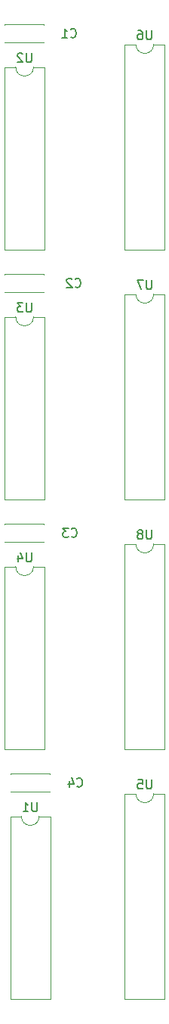
<source format=gbr>
%TF.GenerationSoftware,KiCad,Pcbnew,5.0.2-bee76a0~70~ubuntu16.04.1*%
%TF.CreationDate,2019-05-23T19:14:39-07:00*%
%TF.ProjectId,vfd_driver,7666645f-6472-4697-9665-722e6b696361,rev?*%
%TF.SameCoordinates,Original*%
%TF.FileFunction,Legend,Bot*%
%TF.FilePolarity,Positive*%
%FSLAX46Y46*%
G04 Gerber Fmt 4.6, Leading zero omitted, Abs format (unit mm)*
G04 Created by KiCad (PCBNEW 5.0.2-bee76a0~70~ubuntu16.04.1) date Thu 23 May 2019 07:14:39 PM PDT*
%MOMM*%
%LPD*%
G01*
G04 APERTURE LIST*
%ADD10C,0.120000*%
%ADD11C,0.150000*%
G04 APERTURE END LIST*
D10*
X56655000Y-51810000D02*
X61075000Y-51810000D01*
X56655000Y-49790000D02*
X61075000Y-49790000D01*
X56655000Y-51810000D02*
X56655000Y-51796000D01*
X56655000Y-49804000D02*
X56655000Y-49790000D01*
X61075000Y-51810000D02*
X61075000Y-51796000D01*
X61075000Y-49804000D02*
X61075000Y-49790000D01*
X56655000Y-79750000D02*
X61075000Y-79750000D01*
X56655000Y-77730000D02*
X61075000Y-77730000D01*
X56655000Y-79750000D02*
X56655000Y-79736000D01*
X56655000Y-77744000D02*
X56655000Y-77730000D01*
X61075000Y-79750000D02*
X61075000Y-79736000D01*
X61075000Y-77744000D02*
X61075000Y-77730000D01*
X56655000Y-107690000D02*
X61075000Y-107690000D01*
X56655000Y-105670000D02*
X61075000Y-105670000D01*
X56655000Y-107690000D02*
X56655000Y-107676000D01*
X56655000Y-105684000D02*
X56655000Y-105670000D01*
X61075000Y-107690000D02*
X61075000Y-107676000D01*
X61075000Y-105684000D02*
X61075000Y-105670000D01*
X57290000Y-135630000D02*
X61710000Y-135630000D01*
X57290000Y-133610000D02*
X61710000Y-133610000D01*
X57290000Y-135630000D02*
X57290000Y-135616000D01*
X57290000Y-133624000D02*
X57290000Y-133610000D01*
X61710000Y-135630000D02*
X61710000Y-135616000D01*
X61710000Y-133624000D02*
X61710000Y-133610000D01*
X71390000Y-135830000D02*
G75*
G03X73390000Y-135830000I1000000J0D01*
G01*
X73390000Y-135830000D02*
X74640000Y-135830000D01*
X74640000Y-135830000D02*
X74640000Y-158810000D01*
X74640000Y-158810000D02*
X70140000Y-158810000D01*
X70140000Y-158810000D02*
X70140000Y-135830000D01*
X70140000Y-135830000D02*
X71390000Y-135830000D01*
X71390000Y-52010000D02*
G75*
G03X73390000Y-52010000I1000000J0D01*
G01*
X73390000Y-52010000D02*
X74640000Y-52010000D01*
X74640000Y-52010000D02*
X74640000Y-74990000D01*
X74640000Y-74990000D02*
X70140000Y-74990000D01*
X70140000Y-74990000D02*
X70140000Y-52010000D01*
X70140000Y-52010000D02*
X71390000Y-52010000D01*
X71390000Y-79950000D02*
G75*
G03X73390000Y-79950000I1000000J0D01*
G01*
X73390000Y-79950000D02*
X74640000Y-79950000D01*
X74640000Y-79950000D02*
X74640000Y-102930000D01*
X74640000Y-102930000D02*
X70140000Y-102930000D01*
X70140000Y-102930000D02*
X70140000Y-79950000D01*
X70140000Y-79950000D02*
X71390000Y-79950000D01*
X71390000Y-107890000D02*
G75*
G03X73390000Y-107890000I1000000J0D01*
G01*
X73390000Y-107890000D02*
X74640000Y-107890000D01*
X74640000Y-107890000D02*
X74640000Y-130870000D01*
X74640000Y-130870000D02*
X70140000Y-130870000D01*
X70140000Y-130870000D02*
X70140000Y-107890000D01*
X70140000Y-107890000D02*
X71390000Y-107890000D01*
X57290000Y-138370000D02*
X58540000Y-138370000D01*
X57290000Y-158810000D02*
X57290000Y-138370000D01*
X61790000Y-158810000D02*
X57290000Y-158810000D01*
X61790000Y-138370000D02*
X61790000Y-158810000D01*
X60540000Y-138370000D02*
X61790000Y-138370000D01*
X58540000Y-138370000D02*
G75*
G03X60540000Y-138370000I1000000J0D01*
G01*
X57905000Y-54550000D02*
G75*
G03X59905000Y-54550000I1000000J0D01*
G01*
X59905000Y-54550000D02*
X61155000Y-54550000D01*
X61155000Y-54550000D02*
X61155000Y-74990000D01*
X61155000Y-74990000D02*
X56655000Y-74990000D01*
X56655000Y-74990000D02*
X56655000Y-54550000D01*
X56655000Y-54550000D02*
X57905000Y-54550000D01*
X56655000Y-82490000D02*
X57905000Y-82490000D01*
X56655000Y-102930000D02*
X56655000Y-82490000D01*
X61155000Y-102930000D02*
X56655000Y-102930000D01*
X61155000Y-82490000D02*
X61155000Y-102930000D01*
X59905000Y-82490000D02*
X61155000Y-82490000D01*
X57905000Y-82490000D02*
G75*
G03X59905000Y-82490000I1000000J0D01*
G01*
X57905000Y-110430000D02*
G75*
G03X59905000Y-110430000I1000000J0D01*
G01*
X59905000Y-110430000D02*
X61155000Y-110430000D01*
X61155000Y-110430000D02*
X61155000Y-130870000D01*
X61155000Y-130870000D02*
X56655000Y-130870000D01*
X56655000Y-130870000D02*
X56655000Y-110430000D01*
X56655000Y-110430000D02*
X57905000Y-110430000D01*
D11*
X64071666Y-51157142D02*
X64119285Y-51204761D01*
X64262142Y-51252380D01*
X64357380Y-51252380D01*
X64500238Y-51204761D01*
X64595476Y-51109523D01*
X64643095Y-51014285D01*
X64690714Y-50823809D01*
X64690714Y-50680952D01*
X64643095Y-50490476D01*
X64595476Y-50395238D01*
X64500238Y-50300000D01*
X64357380Y-50252380D01*
X64262142Y-50252380D01*
X64119285Y-50300000D01*
X64071666Y-50347619D01*
X63119285Y-51252380D02*
X63690714Y-51252380D01*
X63405000Y-51252380D02*
X63405000Y-50252380D01*
X63500238Y-50395238D01*
X63595476Y-50490476D01*
X63690714Y-50538095D01*
X64579666Y-79097142D02*
X64627285Y-79144761D01*
X64770142Y-79192380D01*
X64865380Y-79192380D01*
X65008238Y-79144761D01*
X65103476Y-79049523D01*
X65151095Y-78954285D01*
X65198714Y-78763809D01*
X65198714Y-78620952D01*
X65151095Y-78430476D01*
X65103476Y-78335238D01*
X65008238Y-78240000D01*
X64865380Y-78192380D01*
X64770142Y-78192380D01*
X64627285Y-78240000D01*
X64579666Y-78287619D01*
X64198714Y-78287619D02*
X64151095Y-78240000D01*
X64055857Y-78192380D01*
X63817761Y-78192380D01*
X63722523Y-78240000D01*
X63674904Y-78287619D01*
X63627285Y-78382857D01*
X63627285Y-78478095D01*
X63674904Y-78620952D01*
X64246333Y-79192380D01*
X63627285Y-79192380D01*
X64151666Y-107037142D02*
X64199285Y-107084761D01*
X64342142Y-107132380D01*
X64437380Y-107132380D01*
X64580238Y-107084761D01*
X64675476Y-106989523D01*
X64723095Y-106894285D01*
X64770714Y-106703809D01*
X64770714Y-106560952D01*
X64723095Y-106370476D01*
X64675476Y-106275238D01*
X64580238Y-106180000D01*
X64437380Y-106132380D01*
X64342142Y-106132380D01*
X64199285Y-106180000D01*
X64151666Y-106227619D01*
X63818333Y-106132380D02*
X63199285Y-106132380D01*
X63532619Y-106513333D01*
X63389761Y-106513333D01*
X63294523Y-106560952D01*
X63246904Y-106608571D01*
X63199285Y-106703809D01*
X63199285Y-106941904D01*
X63246904Y-107037142D01*
X63294523Y-107084761D01*
X63389761Y-107132380D01*
X63675476Y-107132380D01*
X63770714Y-107084761D01*
X63818333Y-107037142D01*
X64786666Y-134977142D02*
X64834285Y-135024761D01*
X64977142Y-135072380D01*
X65072380Y-135072380D01*
X65215238Y-135024761D01*
X65310476Y-134929523D01*
X65358095Y-134834285D01*
X65405714Y-134643809D01*
X65405714Y-134500952D01*
X65358095Y-134310476D01*
X65310476Y-134215238D01*
X65215238Y-134120000D01*
X65072380Y-134072380D01*
X64977142Y-134072380D01*
X64834285Y-134120000D01*
X64786666Y-134167619D01*
X63929523Y-134405714D02*
X63929523Y-135072380D01*
X64167619Y-134024761D02*
X64405714Y-134739047D01*
X63786666Y-134739047D01*
X73151904Y-134282380D02*
X73151904Y-135091904D01*
X73104285Y-135187142D01*
X73056666Y-135234761D01*
X72961428Y-135282380D01*
X72770952Y-135282380D01*
X72675714Y-135234761D01*
X72628095Y-135187142D01*
X72580476Y-135091904D01*
X72580476Y-134282380D01*
X71628095Y-134282380D02*
X72104285Y-134282380D01*
X72151904Y-134758571D01*
X72104285Y-134710952D01*
X72009047Y-134663333D01*
X71770952Y-134663333D01*
X71675714Y-134710952D01*
X71628095Y-134758571D01*
X71580476Y-134853809D01*
X71580476Y-135091904D01*
X71628095Y-135187142D01*
X71675714Y-135234761D01*
X71770952Y-135282380D01*
X72009047Y-135282380D01*
X72104285Y-135234761D01*
X72151904Y-135187142D01*
X73151904Y-50462380D02*
X73151904Y-51271904D01*
X73104285Y-51367142D01*
X73056666Y-51414761D01*
X72961428Y-51462380D01*
X72770952Y-51462380D01*
X72675714Y-51414761D01*
X72628095Y-51367142D01*
X72580476Y-51271904D01*
X72580476Y-50462380D01*
X71675714Y-50462380D02*
X71866190Y-50462380D01*
X71961428Y-50510000D01*
X72009047Y-50557619D01*
X72104285Y-50700476D01*
X72151904Y-50890952D01*
X72151904Y-51271904D01*
X72104285Y-51367142D01*
X72056666Y-51414761D01*
X71961428Y-51462380D01*
X71770952Y-51462380D01*
X71675714Y-51414761D01*
X71628095Y-51367142D01*
X71580476Y-51271904D01*
X71580476Y-51033809D01*
X71628095Y-50938571D01*
X71675714Y-50890952D01*
X71770952Y-50843333D01*
X71961428Y-50843333D01*
X72056666Y-50890952D01*
X72104285Y-50938571D01*
X72151904Y-51033809D01*
X73151904Y-78402380D02*
X73151904Y-79211904D01*
X73104285Y-79307142D01*
X73056666Y-79354761D01*
X72961428Y-79402380D01*
X72770952Y-79402380D01*
X72675714Y-79354761D01*
X72628095Y-79307142D01*
X72580476Y-79211904D01*
X72580476Y-78402380D01*
X72199523Y-78402380D02*
X71532857Y-78402380D01*
X71961428Y-79402380D01*
X73151904Y-106342380D02*
X73151904Y-107151904D01*
X73104285Y-107247142D01*
X73056666Y-107294761D01*
X72961428Y-107342380D01*
X72770952Y-107342380D01*
X72675714Y-107294761D01*
X72628095Y-107247142D01*
X72580476Y-107151904D01*
X72580476Y-106342380D01*
X71961428Y-106770952D02*
X72056666Y-106723333D01*
X72104285Y-106675714D01*
X72151904Y-106580476D01*
X72151904Y-106532857D01*
X72104285Y-106437619D01*
X72056666Y-106390000D01*
X71961428Y-106342380D01*
X71770952Y-106342380D01*
X71675714Y-106390000D01*
X71628095Y-106437619D01*
X71580476Y-106532857D01*
X71580476Y-106580476D01*
X71628095Y-106675714D01*
X71675714Y-106723333D01*
X71770952Y-106770952D01*
X71961428Y-106770952D01*
X72056666Y-106818571D01*
X72104285Y-106866190D01*
X72151904Y-106961428D01*
X72151904Y-107151904D01*
X72104285Y-107247142D01*
X72056666Y-107294761D01*
X71961428Y-107342380D01*
X71770952Y-107342380D01*
X71675714Y-107294761D01*
X71628095Y-107247142D01*
X71580476Y-107151904D01*
X71580476Y-106961428D01*
X71628095Y-106866190D01*
X71675714Y-106818571D01*
X71770952Y-106770952D01*
X60301904Y-136822380D02*
X60301904Y-137631904D01*
X60254285Y-137727142D01*
X60206666Y-137774761D01*
X60111428Y-137822380D01*
X59920952Y-137822380D01*
X59825714Y-137774761D01*
X59778095Y-137727142D01*
X59730476Y-137631904D01*
X59730476Y-136822380D01*
X58730476Y-137822380D02*
X59301904Y-137822380D01*
X59016190Y-137822380D02*
X59016190Y-136822380D01*
X59111428Y-136965238D01*
X59206666Y-137060476D01*
X59301904Y-137108095D01*
X59666904Y-53002380D02*
X59666904Y-53811904D01*
X59619285Y-53907142D01*
X59571666Y-53954761D01*
X59476428Y-54002380D01*
X59285952Y-54002380D01*
X59190714Y-53954761D01*
X59143095Y-53907142D01*
X59095476Y-53811904D01*
X59095476Y-53002380D01*
X58666904Y-53097619D02*
X58619285Y-53050000D01*
X58524047Y-53002380D01*
X58285952Y-53002380D01*
X58190714Y-53050000D01*
X58143095Y-53097619D01*
X58095476Y-53192857D01*
X58095476Y-53288095D01*
X58143095Y-53430952D01*
X58714523Y-54002380D01*
X58095476Y-54002380D01*
X59666904Y-80942380D02*
X59666904Y-81751904D01*
X59619285Y-81847142D01*
X59571666Y-81894761D01*
X59476428Y-81942380D01*
X59285952Y-81942380D01*
X59190714Y-81894761D01*
X59143095Y-81847142D01*
X59095476Y-81751904D01*
X59095476Y-80942380D01*
X58714523Y-80942380D02*
X58095476Y-80942380D01*
X58428809Y-81323333D01*
X58285952Y-81323333D01*
X58190714Y-81370952D01*
X58143095Y-81418571D01*
X58095476Y-81513809D01*
X58095476Y-81751904D01*
X58143095Y-81847142D01*
X58190714Y-81894761D01*
X58285952Y-81942380D01*
X58571666Y-81942380D01*
X58666904Y-81894761D01*
X58714523Y-81847142D01*
X59666904Y-108882380D02*
X59666904Y-109691904D01*
X59619285Y-109787142D01*
X59571666Y-109834761D01*
X59476428Y-109882380D01*
X59285952Y-109882380D01*
X59190714Y-109834761D01*
X59143095Y-109787142D01*
X59095476Y-109691904D01*
X59095476Y-108882380D01*
X58190714Y-109215714D02*
X58190714Y-109882380D01*
X58428809Y-108834761D02*
X58666904Y-109549047D01*
X58047857Y-109549047D01*
M02*

</source>
